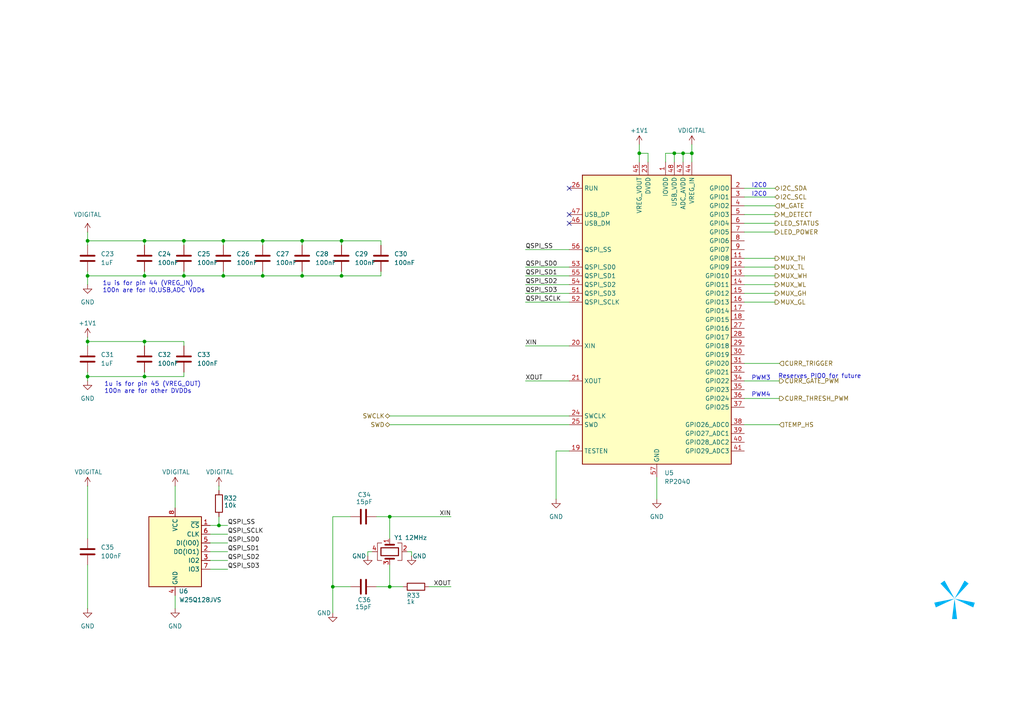
<source format=kicad_sch>
(kicad_sch (version 20231120) (generator "eeschema") (generator_version "8.0")
  (paper "A4")
  (title_block (title "CTRL-MINI-ED") (date "2024-12-11") (rev "1") (company "Spark Project") (comment 1 "Author: 夕月霞 (xyx)") (comment 2 "Electric Discharge Machining board for CTRL-MINI"))
  (lib_symbols
    (symbol "Device:C" (pin_numbers hide) (pin_names (offset 0.254))
      (property "Reference" "C" (at 0.635 2.54 0))
      (property "Value" "C" (at 0.635 -2.54 0))
      (symbol "C_0_1"
        (polyline (pts (xy -2.032 -0.762) (xy 2.032 -0.762)) (stroke (width 0.508)))
        (polyline (pts (xy -2.032 0.762) (xy 2.032 0.762)) (stroke (width 0.508)))
      )
      (symbol "C_1_1"
        (pin passive line (at 0 3.81 270) (length 2.794) (name "~") (number "1"))
        (pin passive line (at 0 -3.81 90) (length 2.794) (name "~") (number "2"))
      )
    )
    (symbol "Device:Crystal_GND24" (pin_names (offset 1.016) hide)
      (property "Reference" "Y" (at 3.175 5.08 0))
      (property "Value" "Crystal_GND24" (at 3.175 3.175 0))
      (symbol "Crystal_GND24_0_1"
        (rectangle (start -1.143 2.54) (end 1.143 -2.54) (stroke (width 0.3048)))
        (polyline (pts (xy -2.54 0) (xy -2.032 0)))
        (polyline (pts (xy -2.032 -1.27) (xy -2.032 1.27)) (stroke (width 0.508)))
        (polyline (pts (xy 0 -3.81) (xy 0 -3.556)))
        (polyline (pts (xy 0 3.556) (xy 0 3.81)))
        (polyline (pts (xy 2.032 -1.27) (xy 2.032 1.27)) (stroke (width 0.508)))
        (polyline (pts (xy 2.032 0) (xy 2.54 0)))
        (polyline (pts (xy -2.54 -2.286) (xy -2.54 -3.556) (xy 2.54 -3.556) (xy 2.54 -2.286)))
        (polyline (pts (xy -2.54 2.286) (xy -2.54 3.556) (xy 2.54 3.556) (xy 2.54 2.286)))
      )
      (symbol "Crystal_GND24_1_1"
        (pin passive line (at -3.81 0 0) (length 1.27) (name "1") (number "1"))
        (pin passive line (at 0 5.08 270) (length 1.27) (name "2") (number "2"))
        (pin passive line (at 3.81 0 180) (length 1.27) (name "3") (number "3"))
        (pin passive line (at 0 -5.08 90) (length 1.27) (name "4") (number "4"))
      )
    )
    (symbol "Device:R" (pin_numbers hide) (pin_names (offset 0))
      (property "Reference" "R" (at 2.032 0 90))
      (property "Value" "R" (at 0 0 90))
      (symbol "R_0_1"
        (rectangle (start -1.016 -2.54) (end 1.016 2.54) (stroke (width 0.254)))
      )
      (symbol "R_1_1"
        (pin passive line (at 0 3.81 270) (length 1.27) (name "~") (number "1"))
        (pin passive line (at 0 -3.81 90) (length 1.27) (name "~") (number "2"))
      )
    )
    (symbol "MCU_RaspberryPi:RP2040"
      (property "Reference" "U" (at 17.78 45.72 0))
      (property "Value" "RP2040" (at 17.78 43.18 0))
      (symbol "RP2040_0_1"
        (rectangle (start -21.59 41.91) (end 21.59 -41.91) (stroke (width 0.254)) (fill (type background)))
      )
      (symbol "RP2040_1_1"
        (pin power_in line (at 2.54 45.72 270) (length 3.81) (name "IOVDD") (number "1"))
        (pin passive line (at 2.54 45.72 270) (length 3.81) hide (name "IOVDD") (number "10"))
        (pin bidirectional line (at 25.4 17.78 180) (length 3.81) (name "GPIO8") (number "11"))
        (pin bidirectional line (at 25.4 15.24 180) (length 3.81) (name "GPIO9") (number "12"))
        (pin bidirectional line (at 25.4 12.7 180) (length 3.81) (name "GPIO10") (number "13"))
        (pin bidirectional line (at 25.4 10.16 180) (length 3.81) (name "GPIO11") (number "14"))
        (pin bidirectional line (at 25.4 7.62 180) (length 3.81) (name "GPIO12") (number "15"))
        (pin bidirectional line (at 25.4 5.08 180) (length 3.81) (name "GPIO13") (number "16"))
        (pin bidirectional line (at 25.4 2.54 180) (length 3.81) (name "GPIO14") (number "17"))
        (pin bidirectional line (at 25.4 0 180) (length 3.81) (name "GPIO15") (number "18"))
        (pin input line (at -25.4 -38.1 0) (length 3.81) (name "TESTEN") (number "19"))
        (pin bidirectional line (at 25.4 38.1 180) (length 3.81) (name "GPIO0") (number "2"))
        (pin input line (at -25.4 -7.62 0) (length 3.81) (name "XIN") (number "20"))
        (pin passive line (at -25.4 -17.78 0) (length 3.81) (name "XOUT") (number "21"))
        (pin passive line (at 2.54 45.72 270) (length 3.81) hide (name "IOVDD") (number "22"))
        (pin power_in line (at -2.54 45.72 270) (length 3.81) (name "DVDD") (number "23"))
        (pin input line (at -25.4 -27.94 0) (length 3.81) (name "SWCLK") (number "24"))
        (pin bidirectional line (at -25.4 -30.48 0) (length 3.81) (name "SWD") (number "25"))
        (pin input line (at -25.4 38.1 0) (length 3.81) (name "RUN") (number "26"))
        (pin bidirectional line (at 25.4 -2.54 180) (length 3.81) (name "GPIO16") (number "27"))
        (pin bidirectional line (at 25.4 -5.08 180) (length 3.81) (name "GPIO17") (number "28"))
        (pin bidirectional line (at 25.4 -7.62 180) (length 3.81) (name "GPIO18") (number "29"))
        (pin bidirectional line (at 25.4 35.56 180) (length 3.81) (name "GPIO1") (number "3"))
        (pin bidirectional line (at 25.4 -10.16 180) (length 3.81) (name "GPIO19") (number "30"))
        (pin bidirectional line (at 25.4 -12.7 180) (length 3.81) (name "GPIO20") (number "31"))
        (pin bidirectional line (at 25.4 -15.24 180) (length 3.81) (name "GPIO21") (number "32"))
        (pin passive line (at 2.54 45.72 270) (length 3.81) hide (name "IOVDD") (number "33"))
        (pin bidirectional line (at 25.4 -17.78 180) (length 3.81) (name "GPIO22") (number "34"))
        (pin bidirectional line (at 25.4 -20.32 180) (length 3.81) (name "GPIO23") (number "35"))
        (pin bidirectional line (at 25.4 -22.86 180) (length 3.81) (name "GPIO24") (number "36"))
        (pin bidirectional line (at 25.4 -25.4 180) (length 3.81) (name "GPIO25") (number "37"))
        (pin bidirectional line (at 25.4 -30.48 180) (length 3.81) (name "GPIO26_ADC0") (number "38"))
        (pin bidirectional line (at 25.4 -33.02 180) (length 3.81) (name "GPIO27_ADC1") (number "39"))
        (pin bidirectional line (at 25.4 33.02 180) (length 3.81) (name "GPIO2") (number "4"))
        (pin bidirectional line (at 25.4 -35.56 180) (length 3.81) (name "GPIO28_ADC2") (number "40"))
        (pin bidirectional line (at 25.4 -38.1 180) (length 3.81) (name "GPIO29_ADC3") (number "41"))
        (pin passive line (at 2.54 45.72 270) (length 3.81) hide (name "IOVDD") (number "42"))
        (pin power_in line (at 7.62 45.72 270) (length 3.81) (name "ADC_AVDD") (number "43"))
        (pin power_in line (at 10.16 45.72 270) (length 3.81) (name "VREG_IN") (number "44"))
        (pin power_out line (at -5.08 45.72 270) (length 3.81) (name "VREG_VOUT") (number "45"))
        (pin bidirectional line (at -25.4 27.94 0) (length 3.81) (name "USB_DM") (number "46"))
        (pin bidirectional line (at -25.4 30.48 0) (length 3.81) (name "USB_DP") (number "47"))
        (pin power_in line (at 5.08 45.72 270) (length 3.81) (name "USB_VDD") (number "48"))
        (pin passive line (at 2.54 45.72 270) (length 3.81) hide (name "IOVDD") (number "49"))
        (pin bidirectional line (at 25.4 30.48 180) (length 3.81) (name "GPIO3") (number "5"))
        (pin passive line (at -2.54 45.72 270) (length 3.81) hide (name "DVDD") (number "50"))
        (pin bidirectional line (at -25.4 7.62 0) (length 3.81) (name "QSPI_SD3") (number "51"))
        (pin output line (at -25.4 5.08 0) (length 3.81) (name "QSPI_SCLK") (number "52"))
        (pin bidirectional line (at -25.4 15.24 0) (length 3.81) (name "QSPI_SD0") (number "53"))
        (pin bidirectional line (at -25.4 10.16 0) (length 3.81) (name "QSPI_SD2") (number "54"))
        (pin bidirectional line (at -25.4 12.7 0) (length 3.81) (name "QSPI_SD1") (number "55"))
        (pin bidirectional line (at -25.4 20.32 0) (length 3.81) (name "QSPI_SS") (number "56"))
        (pin power_in line (at 0 -45.72 90) (length 3.81) (name "GND") (number "57"))
        (pin bidirectional line (at 25.4 27.94 180) (length 3.81) (name "GPIO4") (number "6"))
        (pin bidirectional line (at 25.4 25.4 180) (length 3.81) (name "GPIO5") (number "7"))
        (pin bidirectional line (at 25.4 22.86 180) (length 3.81) (name "GPIO6") (number "8"))
        (pin bidirectional line (at 25.4 20.32 180) (length 3.81) (name "GPIO7") (number "9"))
      )
    )
    (symbol "Memory_Flash:W25Q128JVS"
      (property "Reference" "U" (at -8.89 8.89 0))
      (property "Value" "W25Q128JVS" (at 7.62 8.89 0))
      (symbol "W25Q128JVS_0_1"
        (rectangle (start -7.62 10.16) (end 7.62 -10.16) (stroke (width 0.254)) (fill (type background)))
      )
      (symbol "W25Q128JVS_1_1"
        (pin input line (at -10.16 7.62 0) (length 2.54) (name "~{CS}") (number "1"))
        (pin bidirectional line (at -10.16 0 0) (length 2.54) (name "DO(IO1)") (number "2"))
        (pin bidirectional line (at -10.16 -2.54 0) (length 2.54) (name "IO2") (number "3"))
        (pin power_in line (at 0 -12.7 90) (length 2.54) (name "GND") (number "4"))
        (pin bidirectional line (at -10.16 2.54 0) (length 2.54) (name "DI(IO0)") (number "5"))
        (pin input line (at -10.16 5.08 0) (length 2.54) (name "CLK") (number "6"))
        (pin bidirectional line (at -10.16 -5.08 0) (length 2.54) (name "IO3") (number "7"))
        (pin power_in line (at 0 12.7 270) (length 2.54) (name "VCC") (number "8"))
      )
    )
    (symbol "power:GND" (power) (pin_numbers hide) (pin_names (offset 0) hide)
      (property "Value" "GND" (at 0 -3.81 0))
      (symbol "GND_0_1"
        (polyline (pts (xy 0 0) (xy 0 -1.27) (xy 1.27 -1.27) (xy 0 -2.54) (xy -1.27 -1.27) (xy 0 -1.27)))
      )
      (symbol "GND_1_1"
        (pin power_in line (at 0 0 270) (length 0) (name "~") (number "1"))
      )
    )
    (symbol "power:VCC" (power) (pin_numbers hide) (pin_names (offset 0) hide)
      (property "Value" "VCC" (at 0 3.556 0))
      (symbol "VCC_0_1"
        (polyline (pts (xy -0.762 1.27) (xy 0 2.54)))
        (polyline (pts (xy 0 0) (xy 0 2.54)))
        (polyline (pts (xy 0 2.54) (xy 0.762 1.27)))
      )
      (symbol "VCC_1_1"
        (pin power_in line (at 0 0 90) (length 0) (name "~") (number "1"))
      )
    )
  )
  (junction (at 63.5 152.4))
  (junction (at 41.91 80.01))
  (junction (at 25.4 99.06))
  (junction (at 200.66 44.45))
  (junction (at 87.63 80.01))
  (junction (at 99.06 80.01))
  (junction (at 53.34 80.01))
  (junction (at 96.52 170.18))
  (junction (at 41.91 109.22))
  (junction (at 195.58 44.45))
  (junction (at 185.42 44.45))
  (junction (at 198.12 44.45))
  (junction (at 25.4 69.85))
  (junction (at 41.91 69.85))
  (junction (at 76.2 80.01))
  (junction (at 25.4 80.01))
  (junction (at 25.4 109.22))
  (junction (at 99.06 69.85))
  (junction (at 87.63 69.85))
  (junction (at 64.77 80.01))
  (junction (at 64.77 69.85))
  (junction (at 113.03 170.18))
  (junction (at 76.2 69.85))
  (junction (at 113.03 149.86))
  (junction (at 41.91 99.06))
  (junction (at 53.34 69.85))
  (no_connect (at 165.1 54.61))
  (no_connect (at 165.1 62.23))
  (no_connect (at 165.1 64.77))
  (wire (pts (xy 215.9 74.93) (xy 224.79 74.93)))
  (wire (pts (xy 119.38 161.29) (xy 119.38 160.02)))
  (wire (pts (xy 187.96 46.99) (xy 187.96 44.45)))
  (wire (pts (xy 152.4 82.55) (xy 165.1 82.55)))
  (wire (pts (xy 198.12 44.45) (xy 198.12 46.99)))
  (wire (pts (xy 60.96 152.4) (xy 63.5 152.4)))
  (wire (pts (xy 99.06 69.85) (xy 99.06 71.12)))
  (wire (pts (xy 64.77 78.74) (xy 64.77 80.01)))
  (wire (pts (xy 215.9 123.19) (xy 226.06 123.19)))
  (wire (pts (xy 63.5 152.4) (xy 66.04 152.4)))
  (wire (pts (xy 99.06 80.01) (xy 110.49 80.01)))
  (wire (pts (xy 200.66 44.45) (xy 200.66 46.99)))
  (wire (pts (xy 152.4 100.33) (xy 165.1 100.33)))
  (wire (pts (xy 215.9 59.69) (xy 224.79 59.69)))
  (wire (pts (xy 101.6 149.86) (xy 96.52 149.86)))
  (wire (pts (xy 76.2 69.85) (xy 76.2 71.12)))
  (wire (pts (xy 53.34 80.01) (xy 64.77 80.01)))
  (wire (pts (xy 215.9 80.01) (xy 224.79 80.01)))
  (wire (pts (xy 215.9 82.55) (xy 224.79 82.55)))
  (wire (pts (xy 152.4 87.63) (xy 165.1 87.63)))
  (wire (pts (xy 76.2 69.85) (xy 87.63 69.85)))
  (wire (pts (xy 53.34 99.06) (xy 53.34 100.33)))
  (wire (pts (xy 76.2 78.74) (xy 76.2 80.01)))
  (wire (pts (xy 25.4 99.06) (xy 41.91 99.06)))
  (wire (pts (xy 101.6 170.18) (xy 96.52 170.18)))
  (wire (pts (xy 64.77 69.85) (xy 64.77 71.12)))
  (wire (pts (xy 215.9 110.49) (xy 226.06 110.49)))
  (wire (pts (xy 106.68 160.02) (xy 107.95 160.02)))
  (wire (pts (xy 190.5 138.43) (xy 190.5 144.78)))
  (wire (pts (xy 63.5 140.97) (xy 63.5 142.24)))
  (wire (pts (xy 195.58 44.45) (xy 198.12 44.45)))
  (wire (pts (xy 215.9 62.23) (xy 224.79 62.23)))
  (wire (pts (xy 152.4 110.49) (xy 165.1 110.49)))
  (wire (pts (xy 113.03 149.86) (xy 130.81 149.86)))
  (wire (pts (xy 193.04 46.99) (xy 193.04 44.45)))
  (wire (pts (xy 113.03 120.65) (xy 165.1 120.65)))
  (wire (pts (xy 64.77 80.01) (xy 76.2 80.01)))
  (wire (pts (xy 152.4 72.39) (xy 165.1 72.39)))
  (wire (pts (xy 25.4 109.22) (xy 25.4 110.49)))
  (wire (pts (xy 87.63 69.85) (xy 99.06 69.85)))
  (wire (pts (xy 76.2 80.01) (xy 87.63 80.01)))
  (wire (pts (xy 187.96 44.45) (xy 185.42 44.45)))
  (wire (pts (xy 215.9 57.15) (xy 224.79 57.15)))
  (wire (pts (xy 63.5 149.86) (xy 63.5 152.4)))
  (wire (pts (xy 87.63 80.01) (xy 99.06 80.01)))
  (wire (pts (xy 96.52 170.18) (xy 96.52 177.8)))
  (wire (pts (xy 215.9 115.57) (xy 226.06 115.57)))
  (wire (pts (xy 60.96 160.02) (xy 66.04 160.02)))
  (wire (pts (xy 64.77 69.85) (xy 76.2 69.85)))
  (wire (pts (xy 99.06 69.85) (xy 110.49 69.85)))
  (wire (pts (xy 60.96 157.48) (xy 66.04 157.48)))
  (wire (pts (xy 124.46 170.18) (xy 130.81 170.18)))
  (wire (pts (xy 25.4 69.85) (xy 41.91 69.85)))
  (wire (pts (xy 152.4 80.01) (xy 165.1 80.01)))
  (wire (pts (xy 25.4 80.01) (xy 41.91 80.01)))
  (wire (pts (xy 110.49 78.74) (xy 110.49 80.01)))
  (wire (pts (xy 215.9 67.31) (xy 224.79 67.31)))
  (wire (pts (xy 25.4 99.06) (xy 25.4 100.33)))
  (wire (pts (xy 25.4 80.01) (xy 25.4 82.55)))
  (wire (pts (xy 200.66 41.91) (xy 200.66 44.45)))
  (wire (pts (xy 161.29 130.81) (xy 161.29 144.78)))
  (wire (pts (xy 25.4 78.74) (xy 25.4 80.01)))
  (wire (pts (xy 193.04 44.45) (xy 195.58 44.45)))
  (wire (pts (xy 152.4 85.09) (xy 165.1 85.09)))
  (wire (pts (xy 215.9 87.63) (xy 224.79 87.63)))
  (wire (pts (xy 99.06 78.74) (xy 99.06 80.01)))
  (wire (pts (xy 60.96 162.56) (xy 66.04 162.56)))
  (wire (pts (xy 119.38 160.02) (xy 118.11 160.02)))
  (wire (pts (xy 60.96 154.94) (xy 66.04 154.94)))
  (wire (pts (xy 53.34 69.85) (xy 64.77 69.85)))
  (wire (pts (xy 165.1 130.81) (xy 161.29 130.81)))
  (wire (pts (xy 25.4 109.22) (xy 41.91 109.22)))
  (wire (pts (xy 113.03 149.86) (xy 113.03 156.21)))
  (wire (pts (xy 41.91 80.01) (xy 53.34 80.01)))
  (wire (pts (xy 53.34 78.74) (xy 53.34 80.01)))
  (wire (pts (xy 41.91 99.06) (xy 53.34 99.06)))
  (wire (pts (xy 60.96 165.1) (xy 66.04 165.1)))
  (wire (pts (xy 25.4 69.85) (xy 25.4 71.12)))
  (wire (pts (xy 215.9 85.09) (xy 224.79 85.09)))
  (wire (pts (xy 25.4 163.83) (xy 25.4 176.53)))
  (wire (pts (xy 25.4 107.95) (xy 25.4 109.22)))
  (wire (pts (xy 215.9 77.47) (xy 224.79 77.47)))
  (wire (pts (xy 109.22 170.18) (xy 113.03 170.18)))
  (wire (pts (xy 113.03 163.83) (xy 113.03 170.18)))
  (wire (pts (xy 215.9 54.61) (xy 224.79 54.61)))
  (wire (pts (xy 53.34 69.85) (xy 53.34 71.12)))
  (wire (pts (xy 110.49 69.85) (xy 110.49 71.12)))
  (wire (pts (xy 87.63 78.74) (xy 87.63 80.01)))
  (wire (pts (xy 152.4 77.47) (xy 165.1 77.47)))
  (wire (pts (xy 87.63 69.85) (xy 87.63 71.12)))
  (wire (pts (xy 53.34 109.22) (xy 41.91 109.22)))
  (wire (pts (xy 113.03 170.18) (xy 116.84 170.18)))
  (wire (pts (xy 106.68 160.02) (xy 106.68 161.29)))
  (wire (pts (xy 185.42 44.45) (xy 185.42 46.99)))
  (wire (pts (xy 113.03 123.19) (xy 165.1 123.19)))
  (wire (pts (xy 185.42 41.91) (xy 185.42 44.45)))
  (wire (pts (xy 50.8 140.97) (xy 50.8 147.32)))
  (wire (pts (xy 25.4 97.79) (xy 25.4 99.06)))
  (wire (pts (xy 215.9 64.77) (xy 224.79 64.77)))
  (wire (pts (xy 96.52 149.86) (xy 96.52 170.18)))
  (wire (pts (xy 41.91 99.06) (xy 41.91 100.33)))
  (wire (pts (xy 41.91 78.74) (xy 41.91 80.01)))
  (wire (pts (xy 25.4 67.31) (xy 25.4 69.85)))
  (wire (pts (xy 195.58 44.45) (xy 195.58 46.99)))
  (wire (pts (xy 109.22 149.86) (xy 113.03 149.86)))
  (wire (pts (xy 50.8 172.72) (xy 50.8 176.53)))
  (wire (pts (xy 25.4 140.97) (xy 25.4 156.21)))
  (wire (pts (xy 215.9 105.41) (xy 226.06 105.41)))
  (wire (pts (xy 53.34 107.95) (xy 53.34 109.22)))
  (wire (pts (xy 198.12 44.45) (xy 200.66 44.45)))
  (wire (pts (xy 41.91 107.95) (xy 41.91 109.22)))
  (wire (pts (xy 41.91 71.12) (xy 41.91 69.85)))
  (wire (pts (xy 41.91 69.85) (xy 53.34 69.85)))
  (image (at 276.86 173.99) (scale 1.13867))
  (text "1u is for pin 44 (VREG_IN)\n100n are for IO,USB,ADC VDDs" (at 29.718 83.312 0) (effects (font (size 1.27 1.27)) (justify left)))
  (text "1u is for pin 45 (VREG_OUT)\n100n are for other DVDDs" (at 30.226 112.522 0) (effects (font (size 1.27 1.27)) (justify left)))
  (text "Reserves PIO0 for future" (at 237.744 109.22 0) (effects (font (size 1.27 1.27))))
  (text "PWM3" (at 220.726 109.728 0) (effects (font (size 1.27 1.27))))
  (text "I2C0" (at 220.218 53.848 0) (effects (font (size 1.27 1.27))))
  (text "I2C0" (at 220.218 56.388 0) (effects (font (size 1.27 1.27))))
  (text "PWM4" (at 220.726 114.554 0) (effects (font (size 1.27 1.27))))
  (label "QSPI_SD2" (at 152.4 82.55 0))
  (label "QSPI_SD3" (at 152.4 85.09 0))
  (label "XIN" (at 130.81 149.86 180))
  (label "QSPI_SD1" (at 152.4 80.01 0))
  (label "QSPI_SS" (at 152.4 72.39 0))
  (label "QSPI_SS" (at 66.04 152.4 0))
  (label "QSPI_SD3" (at 66.04 165.1 0))
  (label "QSPI_SCLK" (at 66.04 154.94 0))
  (label "XOUT" (at 130.81 170.18 180))
  (label "QSPI_SCLK" (at 152.4 87.63 0))
  (label "XIN" (at 152.4 100.33 0))
  (label "XOUT" (at 152.4 110.49 0))
  (label "QSPI_SD1" (at 66.04 160.02 0))
  (label "QSPI_SD0" (at 66.04 157.48 0))
  (label "QSPI_SD0" (at 152.4 77.47 0))
  (label "QSPI_SD2" (at 66.04 162.56 0))
  (hierarchical_label "MUX_GH" (shape output) (at 224.79 85.09 0))
  (hierarchical_label "TEMP_HS" (shape input) (at 226.06 123.19 0))
  (hierarchical_label "MUX_WL" (shape output) (at 224.79 82.55 0))
  (hierarchical_label "CURR_THRESH_PWM" (shape output) (at 226.06 115.57 0))
  (hierarchical_label "MUX_GL" (shape output) (at 224.79 87.63 0))
  (hierarchical_label "I2C_SDA" (shape bidirectional) (at 224.79 54.61 0))
  (hierarchical_label "CURR_TRIGGER" (shape input) (at 226.06 105.41 0))
  (hierarchical_label "M_GATE" (shape input) (at 224.79 59.69 0))
  (hierarchical_label "M_DETECT" (shape output) (at 224.79 62.23 0))
  (hierarchical_label "LED_STATUS" (shape output) (at 224.79 64.77 0))
  (hierarchical_label "LED_POWER" (shape output) (at 224.79 67.31 0))
  (hierarchical_label "CURR_GATE_PWM" (shape output) (at 226.06 110.49 0))
  (hierarchical_label "I2C_SCL" (shape bidirectional) (at 224.79 57.15 0))
  (hierarchical_label "MUX_WH" (shape output) (at 224.79 80.01 0))
  (hierarchical_label "MUX_TH" (shape output) (at 224.79 74.93 0))
  (hierarchical_label "SWCLK" (shape bidirectional) (at 113.03 120.65 180))
  (hierarchical_label "SWD" (shape bidirectional) (at 113.03 123.19 180))
  (hierarchical_label "MUX_TL" (shape output) (at 224.79 77.47 0))
  (symbol (lib_id "power:GND") (at 50.8 176.53 0) (unit 1) (exclude_from_sim yes)
    (property "Reference" "#PWR054" (effects (hide yes)))
    (property "Value" "GND" (at 50.8 181.61 0))
    (property "Description" "Power symbol creates a global label with name \"GND\" , ground" (effects (hide yes)))
  )
  (symbol (lib_id "power:VCC") (at 25.4 97.79 0) (unit 1)
    (property "Reference" "#PWR044" (effects (hide yes)))
    (property "Value" "+1V1" (at 25.4 93.726 0))
    (property "Description" "Power symbol creates a global label with name \"VCC\"" (effects (hide yes)))
  )
  (symbol (lib_id "Device:C") (at 53.34 104.14 0) (unit 1)
    (property "Reference" "C33" (at 57.15 102.8699 0) (effects (justify left)))
    (property "Value" "100nF" (at 57.15 105.4099 0) (effects (justify left)))
    (property "Footprint" "Capacitor_SMD:C_0603_1608Metric" (effects (hide yes)))
    (property "Description" "Unpolarized capacitor" (effects (hide yes)))
    (property "LCSC" "C14663" (effects (hide yes)))
  )
  (symbol (lib_id "power:VCC") (at 25.4 140.97 0) (unit 1)
    (property "Reference" "#PWR046" (effects (hide yes)))
    (property "Value" "VDIGITAL" (at 25.654 136.906 0))
    (property "Description" "Power symbol creates a global label with name \"VCC\"" (effects (hide yes)))
  )
  (symbol (lib_id "Device:C") (at 25.4 104.14 0) (unit 1)
    (property "Reference" "C31" (at 29.21 102.8699 0) (effects (justify left)))
    (property "Value" "1uF" (at 29.21 105.4099 0) (effects (justify left)))
    (property "Footprint" "Capacitor_SMD:C_0603_1608Metric" (effects (hide yes)))
    (property "Description" "Unpolarized capacitor" (effects (hide yes)))
    (property "LCSC" "C15849" (effects (hide yes)))
  )
  (symbol (lib_id "power:GND") (at 106.68 161.29 0) (unit 1) (exclude_from_sim yes)
    (property "Reference" "#PWR051" (effects (hide yes)))
    (property "Value" "GND" (at 104.14 161.29 0))
    (property "Description" "Power symbol creates a global label with name \"GND\" , ground" (effects (hide yes)))
  )
  (symbol (lib_id "power:VCC") (at 185.42 41.91 0) (unit 1)
    (property "Reference" "#PWR040" (effects (hide yes)))
    (property "Value" "+1V1" (at 185.42 37.846 0))
    (property "Description" "Power symbol creates a global label with name \"VCC\"" (effects (hide yes)))
  )
  (symbol (lib_id "MCU_RaspberryPi:RP2040") (at 190.5 92.71 0) (unit 1)
    (property "Reference" "U5" (at 192.6941 137.16 0) (effects (justify left)))
    (property "Value" "RP2040" (at 192.6941 139.7 0) (effects (justify left)))
    (property "Footprint" "Package_DFN_QFN:QFN-56-1EP_7x7mm_P0.4mm_EP3.2x3.2mm" (effects (hide yes)))
    (property "Datasheet" "https://datasheets.raspberrypi.com/rp2040/rp2040-datasheet.pdf" (effects (hide yes)))
    (property "Description" "A microcontroller by Raspberry Pi" (effects (hide yes)))
    (property "LCSC" "C2040" (effects (hide yes)))
  )
  (symbol (lib_id "power:GND") (at 25.4 110.49 0) (unit 1) (exclude_from_sim yes)
    (property "Reference" "#PWR045" (effects (hide yes)))
    (property "Value" "GND" (at 25.4 115.57 0))
    (property "Description" "Power symbol creates a global label with name \"GND\" , ground" (effects (hide yes)))
  )
  (symbol (lib_id "Device:C") (at 25.4 74.93 0) (unit 1)
    (property "Reference" "C23" (at 29.21 73.6599 0) (effects (justify left)))
    (property "Value" "1uF" (at 29.21 76.1999 0) (effects (justify left)))
    (property "Footprint" "Capacitor_SMD:C_0603_1608Metric" (effects (hide yes)))
    (property "Description" "Unpolarized capacitor" (effects (hide yes)))
    (property "LCSC" "C15849" (effects (hide yes)))
  )
  (symbol (lib_id "Device:C") (at 105.41 170.18 270) (unit 1)
    (property "Reference" "C36" (at 105.664 173.99 90))
    (property "Value" "15pF" (at 105.41 176.022 90))
    (property "Footprint" "Capacitor_SMD:C_0603_1608Metric" (effects (hide yes)))
    (property "Description" "Unpolarized capacitor" (effects (hide yes)))
    (property "LCSC" "C1644" (effects (hide yes)))
  )
  (symbol (lib_id "power:VCC") (at 63.5 140.97 0) (unit 1)
    (property "Reference" "#PWR048" (effects (hide yes)))
    (property "Value" "VDIGITAL" (at 63.754 136.906 0))
    (property "Description" "Power symbol creates a global label with name \"VCC\"" (effects (hide yes)))
  )
  (symbol (lib_id "Device:C") (at 105.41 149.86 270) (unit 1)
    (property "Reference" "C34" (at 105.664 143.51 90))
    (property "Value" "15pF" (at 105.664 145.542 90))
    (property "Footprint" "Capacitor_SMD:C_0603_1608Metric" (effects (hide yes)))
    (property "Description" "Unpolarized capacitor" (effects (hide yes)))
    (property "LCSC" "C1644" (effects (hide yes)))
  )
  (symbol (lib_id "Device:C") (at 41.91 74.93 0) (unit 1)
    (property "Reference" "C24" (at 45.72 73.6599 0) (effects (justify left)))
    (property "Value" "100nF" (at 45.72 76.1999 0) (effects (justify left)))
    (property "Footprint" "Capacitor_SMD:C_0603_1608Metric" (effects (hide yes)))
    (property "Description" "Unpolarized capacitor" (effects (hide yes)))
    (property "LCSC" "C14663" (effects (hide yes)))
  )
  (symbol (lib_id "power:GND") (at 96.52 177.8 0) (unit 1) (exclude_from_sim yes)
    (property "Reference" "#PWR055" (effects (hide yes)))
    (property "Value" "GND" (at 93.98 177.8 0))
    (property "Description" "Power symbol creates a global label with name \"GND\" , ground" (effects (hide yes)))
  )
  (symbol (lib_id "Device:R") (at 63.5 146.05 0) (unit 1)
    (property "Reference" "R32" (at 66.802 144.526 0))
    (property "Value" "10k" (at 66.802 146.558 0))
    (property "Footprint" "Resistor_SMD:R_0603_1608Metric" (effects (hide yes)))
    (property "Description" "Resistor" (effects (hide yes)))
    (property "LCSC" "C25804" (effects (hide yes)))
  )
  (symbol (lib_id "Device:C") (at 25.4 160.02 0) (unit 1)
    (property "Reference" "C35" (at 29.21 158.7499 0) (effects (justify left)))
    (property "Value" "100nF" (at 29.21 161.2899 0) (effects (justify left)))
    (property "Footprint" "Capacitor_SMD:C_0603_1608Metric" (effects (hide yes)))
    (property "Description" "Unpolarized capacitor" (effects (hide yes)))
    (property "LCSC" "C14663" (effects (hide yes)))
  )
  (symbol (lib_id "power:GND") (at 190.5 144.78 0) (unit 1) (exclude_from_sim yes)
    (property "Reference" "#PWR050" (effects (hide yes)))
    (property "Value" "GND" (at 190.5 149.86 0))
    (property "Description" "Power symbol creates a global label with name \"GND\" , ground" (effects (hide yes)))
  )
  (symbol (lib_id "Memory_Flash:W25Q128JVS") (at 50.8 160.02 0) (mirror y) (unit 1)
    (property "Reference" "U6" (at 54.61 171.45 0) (effects (justify left)))
    (property "Value" "W25Q128JVS" (at 64.262 173.99 0) (effects (justify left)))
    (property "Footprint" "Package_SO:SOIC-8_5.23x5.23mm_P1.27mm" (effects (hide yes)))
    (property "Datasheet" "http://www.winbond.com/resource-files/w25q128jv_dtr%20revc%2003272018%20plus.pdf" (effects (hide yes)))
    (property "Description" "128Mb Serial Flash Memory, Standard/Dual/Quad SPI, SOIC-8" (effects (hide yes)))
    (property "LCSC" "C97521" (effects (hide yes)))
  )
  (symbol (lib_id "power:GND") (at 25.4 176.53 0) (unit 1) (exclude_from_sim yes)
    (property "Reference" "#PWR053" (effects (hide yes)))
    (property "Value" "GND" (at 25.4 181.61 0))
    (property "Description" "Power symbol creates a global label with name \"GND\" , ground" (effects (hide yes)))
  )
  (symbol (lib_id "Device:C") (at 99.06 74.93 0) (unit 1)
    (property "Reference" "C29" (at 102.87 73.6599 0) (effects (justify left)))
    (property "Value" "100nF" (at 102.87 76.1999 0) (effects (justify left)))
    (property "Footprint" "Capacitor_SMD:C_0603_1608Metric" (effects (hide yes)))
    (property "Description" "Unpolarized capacitor" (effects (hide yes)))
    (property "LCSC" "C14663" (effects (hide yes)))
  )
  (symbol (lib_id "Device:C") (at 110.49 74.93 0) (unit 1)
    (property "Reference" "C30" (at 114.3 73.6599 0) (effects (justify left)))
    (property "Value" "100nF" (at 114.3 76.1999 0) (effects (justify left)))
    (property "Footprint" "Capacitor_SMD:C_0603_1608Metric" (effects (hide yes)))
    (property "Description" "Unpolarized capacitor" (effects (hide yes)))
    (property "LCSC" "C14663" (effects (hide yes)))
  )
  (symbol (lib_id "Device:C") (at 41.91 104.14 0) (unit 1)
    (property "Reference" "C32" (at 45.72 102.8699 0) (effects (justify left)))
    (property "Value" "100nF" (at 45.72 105.4099 0) (effects (justify left)))
    (property "Footprint" "Capacitor_SMD:C_0603_1608Metric" (effects (hide yes)))
    (property "Description" "Unpolarized capacitor" (effects (hide yes)))
    (property "LCSC" "C14663" (effects (hide yes)))
  )
  (symbol (lib_id "power:VCC") (at 200.66 41.91 0) (unit 1)
    (property "Reference" "#PWR041" (effects (hide yes)))
    (property "Value" "VDIGITAL" (at 200.66 37.846 0))
    (property "Description" "Power symbol creates a global label with name \"VCC\"" (effects (hide yes)))
  )
  (symbol (lib_id "Device:C") (at 87.63 74.93 0) (unit 1)
    (property "Reference" "C28" (at 91.44 73.6599 0) (effects (justify left)))
    (property "Value" "100nF" (at 91.44 76.1999 0) (effects (justify left)))
    (property "Footprint" "Capacitor_SMD:C_0603_1608Metric" (effects (hide yes)))
    (property "Description" "Unpolarized capacitor" (effects (hide yes)))
    (property "LCSC" "C14663" (effects (hide yes)))
  )
  (symbol (lib_id "Device:R") (at 120.65 170.18 270) (unit 1)
    (property "Reference" "R33" (at 119.888 172.72 90))
    (property "Value" "1k" (at 119.126 174.498 90))
    (property "Footprint" "Resistor_SMD:R_0603_1608Metric" (effects (hide yes)))
    (property "Description" "Resistor" (effects (hide yes)))
    (property "LCSC" "C21190" (effects (hide yes)))
  )
  (symbol (lib_id "power:GND") (at 25.4 82.55 0) (unit 1) (exclude_from_sim yes)
    (property "Reference" "#PWR043" (effects (hide yes)))
    (property "Value" "GND" (at 25.4 87.63 0))
    (property "Description" "Power symbol creates a global label with name \"GND\" , ground" (effects (hide yes)))
  )
  (symbol (lib_id "Device:C") (at 76.2 74.93 0) (unit 1)
    (property "Reference" "C27" (at 80.01 73.6599 0) (effects (justify left)))
    (property "Value" "100nF" (at 80.01 76.1999 0) (effects (justify left)))
    (property "Footprint" "Capacitor_SMD:C_0603_1608Metric" (effects (hide yes)))
    (property "Description" "Unpolarized capacitor" (effects (hide yes)))
    (property "LCSC" "C14663" (effects (hide yes)))
  )
  (symbol (lib_id "Device:C") (at 64.77 74.93 0) (unit 1)
    (property "Reference" "C26" (at 68.58 73.6599 0) (effects (justify left)))
    (property "Value" "100nF" (at 68.58 76.1999 0) (effects (justify left)))
    (property "Footprint" "Capacitor_SMD:C_0603_1608Metric" (effects (hide yes)))
    (property "Description" "Unpolarized capacitor" (effects (hide yes)))
    (property "LCSC" "C14663" (effects (hide yes)))
  )
  (symbol (lib_id "power:VCC") (at 25.4 67.31 0) (unit 1)
    (property "Reference" "#PWR042" (effects (hide yes)))
    (property "Value" "VDIGITAL" (at 25.4 62.23 0))
    (property "Description" "Power symbol creates a global label with name \"VCC\"" (effects (hide yes)))
  )
  (symbol (lib_id "power:VCC") (at 50.8 140.97 0) (unit 1)
    (property "Reference" "#PWR047" (effects (hide yes)))
    (property "Value" "VDIGITAL" (at 51.054 136.906 0))
    (property "Description" "Power symbol creates a global label with name \"VCC\"" (effects (hide yes)))
  )
  (symbol (lib_id "power:GND") (at 161.29 144.78 0) (unit 1) (exclude_from_sim yes)
    (property "Reference" "#PWR049" (effects (hide yes)))
    (property "Value" "GND" (at 161.29 149.86 0))
    (property "Description" "Power symbol creates a global label with name \"GND\" , ground" (effects (hide yes)))
  )
  (symbol (lib_id "Device:C") (at 53.34 74.93 0) (unit 1)
    (property "Reference" "C25" (at 57.15 73.6599 0) (effects (justify left)))
    (property "Value" "100nF" (at 57.15 76.1999 0) (effects (justify left)))
    (property "Footprint" "Capacitor_SMD:C_0603_1608Metric" (effects (hide yes)))
    (property "Description" "Unpolarized capacitor" (effects (hide yes)))
    (property "LCSC" "C14663" (effects (hide yes)))
  )
  (symbol (lib_id "power:GND") (at 119.38 161.29 0) (unit 1) (exclude_from_sim yes)
    (property "Reference" "#PWR052" (effects (hide yes)))
    (property "Value" "GND" (at 121.666 161.29 0))
    (property "Description" "Power symbol creates a global label with name \"GND\" , ground" (effects (hide yes)))
  )
  (symbol (lib_id "Device:Crystal_GND24") (at 113.03 160.02 270) (unit 1)
    (property "Reference" "Y1" (at 115.57 155.956 90))
    (property "Value" "12MHz" (at 120.65 155.956 90))
    (property "Footprint" "Crystal:Crystal_SMD_Abracon_ABM8G-4Pin_3.2x2.5mm" (effects (hide yes)))
    (property "Description" "Four pin crystal, GND on pins 2 and 4" (effects (hide yes)))
    (property "LCSC" "C20625731" (effects (hide yes)))
  )
)
</source>
